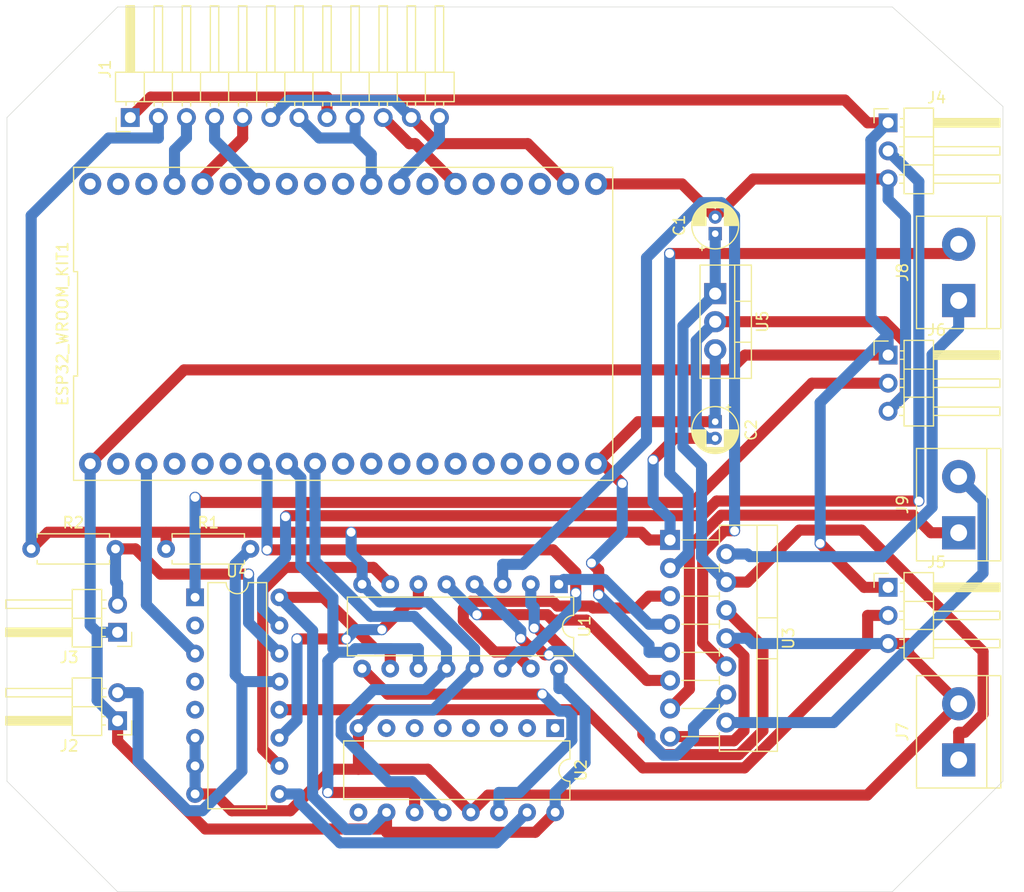
<source format=kicad_pcb>
(kicad_pcb (version 20240108) (generator "pcbnew") (generator_version "8.0")
  (layers (0 "F.Cu" signal) (31 "B.Cu" signal) (34 "B.Paste" user) (35 "F.Paste" user) (36 "B.SilkS" user "B.Silkscreen") (37 "F.SilkS" user "F.Silkscreen") (38 "B.Mask" user) (39 "F.Mask" user) (44 "Edge.Cuts" user))
  (net 0 "")
  (net 2 "Data")
  (net 3 "Trig")
  (net 4 "Net-(ESP32_WROOM_KIT1-GPIO23)")
  (net 5 "Net-(ESP32_WROOM_KIT1-GPIO4)")
  (net 11 "Net-(J8-Pin_1)")
  (net 18 "Analog_Pin1")
  (net 20 "Clock")
  (net 22 "Net-(ESP32_WROOM_KIT1-GPIO18)")
  (net 27 "Net-(ESP32_WROOM_KIT1-GPIO19)")
  (net 28 "3v3")
  (net 29 "GND")
  (net 30 "Net-(ESP32_WROOM_KIT1-GPIO2)")
  (net 32 "Net-(ESP32_WROOM_KIT1-GPIO21)")
  (net 35 "Net-(ESP32_WROOM_KIT1-GPIO15)")
  (net 39 "Net-(U1-QG)")
  (net 40 "M1_Pin_Dir1")
  (net 41 "M2_Pin_Dir2")
  (net 42 "Net-(U1-QH)")
  (net 43 "M1_Pin_EN")
  (net 44 "M2_Pin_Dir1")
  (net 45 "M1_Pin_Dir2")
  (net 46 "Net-(U1-QH')")
  (net 47 "M2_Pin_EN")
  (net 51 "Net-(U2-QA)")
  (net 57 "Net-(J8-Pin_2)")
  (net 58 "Net-(J9-Pin_2)")
  (net 59 "5v")
  (net 60 "Power supply")
  (net 61 "Net-(J9-Pin_1)")
  (net 62 "Capteur_Flexion_1")
  (net 63 "Capteur_Flexion_2")
  (net 65 "Capteur_Hall_1")
  (net 66 "Capteur_Hall_2")
  (net 69 "Capteur_Hall_3")
  (footprint "Connector_PinHeader_2.54mm:PinHeader_1x03_P2.54mm_Horizontal" (layer "F.Cu") (at 189.625 102.475)
    (property "Reference" "J5")
    (property "Value" "Conn_01x03_Pin")
  )
  (footprint "TerminalBlock:TerminalBlock_bornier-2_P5.08mm" (layer "F.Cu") (at 196 118.08 90)
    (property "Reference" "J7")
    (property "Value" "Conn_01x02_Socket")
  )
  (footprint "Resistor_THT:R_Axial_DIN0207_L6.3mm_D2.5mm_P7.62mm_Horizontal" (layer "F.Cu") (at 124.38 99)
    (property "Reference" "R1")
    (property "Value" "R")
  )
  (footprint "Package_TO_SOT_THT:TO-220-15_P2.54x2.54mm_StaggerOdd_Lead4.58mm_Vertical" (layer "F.Cu") (at 169.92 98.19 -90)
    (property "Reference" "U3")
    (property "Value" "L298N")
  )
  (footprint "Connector_PinHeader_2.54mm:PinHeader_1x03_P2.54mm_Horizontal" (layer "F.Cu") (at 189.625 60.475)
    (property "Reference" "J4")
    (property "Value" "Conn_01x03_Pin")
  )
  (footprint "Connector_PinHeader_2.54mm:PinHeader_1x02_P2.54mm_Horizontal" (layer "F.Cu") (at 120 114.54 180)
    (property "Reference" "J2")
    (property "Value" "Conn_01x02_Pin")
  )
  (footprint "TerminalBlock:TerminalBlock_bornier-2_P5.08mm" (layer "F.Cu") (at 196 97.54 90)
    (property "Reference" "J9")
    (property "Value" "Conn_01x02_Socket")
  )
  (footprint "Connector_PinHeader_2.54mm:PinHeader_1x12_P2.54mm_Horizontal" (layer "F.Cu") (at 121.14 60 90)
    (property "Reference" "J1")
    (property "Value" "Conn_01x12_Pin")
  )
  (footprint "Package_DIP:DIP-16_W7.62mm" (layer "F.Cu") (at 127 103.38)
    (property "Reference" "U4")
    (property "Value" "74HC4051")
  )
  (footprint "Resistor_THT:R_Axial_DIN0207_L6.3mm_D2.5mm_P7.62mm_Horizontal" (layer "F.Cu") (at 112.19 99)
    (property "Reference" "R2")
    (property "Value" "R")
  )
  (footprint "TerminalBlock:TerminalBlock_bornier-2_P5.08mm" (layer "F.Cu") (at 196 76.54 90)
    (property "Reference" "J8")
    (property "Value" "Conn_01x02_Socket")
  )
  (footprint "Package_DIP:DIP-16_W7.62mm" (layer "F.Cu") (at 159.54 115.2 -90)
    (property "Reference" "U2")
    (property "Value" "74HC595")
  )
  (footprint "Package_TO_SOT_THT:TO-220-3_Vertical" (layer "F.Cu") (at 174 75.92 -90)
    (property "Reference" "U5")
    (property "Value" "L7805")
  )
  (footprint "Capacitor_THT:CP_Radial_D4.0mm_P1.50mm" (layer "F.Cu") (at 174 87.5 -90)
    (property "Reference" "C2")
    (property "Value" "C")
  )
  (footprint "Capacitor_THT:CP_Radial_D4.0mm_P1.50mm" (layer "F.Cu") (at 174 70.5 90)
    (property "Reference" "C1")
    (property "Value" "C")
  )
  (footprint "Connector_PinHeader_2.54mm:PinHeader_1x03_P2.54mm_Horizontal" (layer "F.Cu") (at 189.625 81.475)
    (property "Reference" "J6")
    (property "Value" "Conn_01x03_Pin")
  )
  (footprint "MyEsp32Library:Esp32_Wroom32_DevKit" (layer "F.Cu") (at 140.38 78.65)
    (property "Reference" "ESP32_WROOM_KIT1")
    (property "Value" "~")
  )
  (footprint "Connector_PinHeader_2.54mm:PinHeader_1x02_P2.54mm_Horizontal" (layer "F.Cu") (at 120 106.54 180)
    (property "Reference" "J3")
    (property "Value" "Conn_01x02_Pin")
  )
  (footprint "Package_DIP:DIP-16_W7.62mm" (layer "F.Cu") (at 159.875 102.2 -90)
    (property "Reference" "U1")
    (property "Value" "74HC595")
  )
  (gr_line (start 120 50) (end 110 60) (stroke (width 0.05)) (layer "Edge.Cuts"))
  (gr_line (start 200 59) (end 200 120) (stroke (width 0.05)) (layer "Edge.Cuts"))
  (gr_line (start 110 120) (end 120 130) (stroke (width 0.05)) (layer "Edge.Cuts"))
  (gr_line (start 200 120) (end 190 130) (stroke (width 0.05)) (layer "Edge.Cuts"))
  (gr_line (start 190 50) (end 120 50) (stroke (width 0.05)) (layer "Edge.Cuts"))
  (gr_line (start 110 60) (end 110 120) (stroke (width 0.05)) (layer "Edge.Cuts"))
  (gr_line (start 200 59) (end 190 50) (stroke (width 0.05)) (layer "Edge.Cuts"))
  (gr_line (start 120 130) (end 190 130) (stroke (width 0.05)) (layer "Edge.Cuts"))
  (segment (start 161.3982 102.9659) (end 161.3982 101.1297) (width 1) (layer "F.Cu") (net 2))
  (segment (start 161.3982 101.1297) (end 159.3546 99.0861) (width 1) (layer "F.Cu") (net 2))
  (segment (start 159.3546 99.0861) (end 133.5017 99.0861) (width 1) (layer "F.Cu") (net 2))
  (via (at 161.3982 102.9659) (size 1) (drill 0.8) (layers "F.Cu" "B.Cu") (net 2))
  (via (at 133.5017 99.0861) (size 1) (drill 0.8) (layers "F.Cu" "B.Cu") (net 2))
  (segment (start 133.5017 92.0417) (end 133.5017 99.0861) (width 1) (layer "B.Cu") (net 2))
  (segment (start 161.3982 104.0953) (end 157.2037 108.2898) (width 1) (layer "B.Cu") (net 2))
  (segment (start 157.2037 108.2898) (end 156.3252 108.2898) (width 1) (layer "B.Cu") (net 2))
  (segment (start 161.3982 102.9659) (end 161.3982 104.0953) (width 1) (layer "B.Cu") (net 2))
  (segment (start 132.76 91.3) (end 133.5017 92.0417) (width 1) (layer "B.Cu") (net 2))
  (segment (start 156.3252 108.2898) (end 154.795 109.82) (width 1) (layer "B.Cu") (net 2))
  (segment (start 146.6098 120.0498) (end 149.38 122.82) (width 1) (layer "B.Cu") (net 3))
  (segment (start 140.204 114.6299) (end 140.204 115.7698) (width 1) (layer "B.Cu") (net 3))
  (segment (start 140.204 115.7698) (end 144.484 120.0498) (width 1) (layer "B.Cu") (net 3))
  (segment (start 149.715 108.02) (end 146.796 105.101) (width 1) (layer "B.Cu") (net 3))
  (segment (start 144.484 120.0498) (end 146.6098 120.0498) (width 1) (layer "B.Cu") (net 3))
  (segment (start 149.715 108.92) (end 149.715 109.82) (width 1) (layer "B.Cu") (net 3))
  (segment (start 147.8129 111.7221) (end 143.1118 111.7221) (width 1) (layer "B.Cu") (net 3))
  (segment (start 142.8514 105.101) (end 137.84 100.0896) (width 1) (layer "B.Cu") (net 3))
  (segment (start 137.84 100.0896) (end 137.84 91.3) (width 1) (layer "B.Cu") (net 3))
  (segment (start 146.796 105.101) (end 142.8514 105.101) (width 1) (layer "B.Cu") (net 3))
  (segment (start 143.1118 111.7221) (end 140.204 114.6299) (width 1) (layer "B.Cu") (net 3))
  (segment (start 149.715 109.82) (end 147.8129 111.7221) (width 1) (layer "B.Cu") (net 3))
  (segment (start 149.715 108.92) (end 149.715 108.02) (width 1) (layer "B.Cu") (net 3))
  (segment (start 148.8996 62.3596) (end 146.54 60) (width 1) (layer "F.Cu") (net 4))
  (segment (start 160.7 66) (end 157.0596 62.3596) (width 1) (layer "F.Cu") (net 4))
  (segment (start 157.0596 62.3596) (end 148.8996 62.3596) (width 1) (layer "F.Cu") (net 4))
  (segment (start 135.3971 58.4429) (end 144.9829 58.4429) (width 1) (layer "B.Cu") (net 4))
  (segment (start 144.9829 58.4429) (end 146.54 60) (width 1) (layer "B.Cu") (net 4))
  (segment (start 133.84 60) (end 135.3971 58.4429) (width 1) (layer "B.Cu") (net 4))
  (segment (start 128.76 62) (end 128.76 60) (width 1) (layer "B.Cu") (net 5))
  (segment (start 132.76 66) (end 128.76 62) (width 1) (layer "B.Cu") (net 5))
  (segment (start 196 76.54) (end 196 79.04) (width 1) (layer "B.Cu") (net 11))
  (segment (start 189.1264 99.7017) (end 193.6013 95.2268) (width 1) (layer "B.Cu") (net 11))
  (segment (start 193.6013 95.2268) (end 193.6013 81.4387) (width 1) (layer "B.Cu") (net 11))
  (segment (start 176.9 99.46) (end 177.1417 99.7017) (width 1) (layer "B.Cu") (net 11))
  (segment (start 193.6013 81.4387) (end 196 79.04) (width 1) (layer "B.Cu") (net 11))
  (segment (start 177.1417 99.7017) (end 189.1264 99.7017) (width 1) (layer "B.Cu") (net 11))
  (segment (start 175 99.46) (end 176.9 99.46) (width 1) (layer "B.Cu") (net 11))
  (segment (start 122.6 91.3) (end 122.6 104.06) (width 1) (layer "B.Cu") (net 18))
  (segment (start 122.6 104.06) (end 127 108.46) (width 1) (layer "B.Cu") (net 18))
  (segment (start 146.84 122.82) (end 146.84 121.02) (width 1) (layer "F.Cu") (net 20))
  (segment (start 146.84 121.02) (end 138.994 121.02) (width 1) (layer "F.Cu") (net 20))
  (via (at 138.994 121.02) (size 1) (drill 0.8) (layers "F.Cu" "B.Cu") (net 20))
  (segment (start 139.7774 108.3435) (end 141.1626 108.3435) (width 1) (layer "B.Cu") (net 20))
  (segment (start 138.994 109.1269) (end 138.994 121.02) (width 1) (layer "B.Cu") (net 20))
  (segment (start 139.4539 103.4117) (end 139.4539 108.02) (width 1) (layer "B.Cu") (net 20))
  (segment (start 135.3 91.3) (end 136.5596 92.5596) (width 1) (layer "B.Cu") (net 20))
  (segment (start 139.4539 108.02) (end 139.7774 108.3435) (width 1) (layer "B.Cu") (net 20))
  (segment (start 141.4846 108.0215) (end 147.1735 108.0215) (width 1) (layer "B.Cu") (net 20))
  (segment (start 147.175 109.82) (end 147.175 108.02) (width 1) (layer "B.Cu") (net 20))
  (segment (start 141.1626 108.3435) (end 141.4846 108.0215) (width 1) (layer "B.Cu") (net 20))
  (segment (start 136.5596 92.5596) (end 136.5596 100.5174) (width 1) (layer "B.Cu") (net 20))
  (segment (start 136.5596 100.5174) (end 139.4539 103.4117) (width 1) (layer "B.Cu") (net 20))
  (segment (start 147.1735 108.0215) (end 147.175 108.02) (width 1) (layer "B.Cu") (net 20))
  (segment (start 139.7774 108.3435) (end 138.994 109.1269) (width 1) (layer "B.Cu") (net 20))
  (segment (start 142.92 66) (end 142.92 63.31) (width 1) (layer "B.Cu") (net 22))
  (segment (start 136.38 60) (end 138.23 61.85) (width 1) (layer "B.Cu") (net 22))
  (segment (start 138.23 61.85) (end 141.46 61.85) (width 1) (layer "B.Cu") (net 22))
  (segment (start 141.46 60) (end 141.46 61.85) (width 1) (layer "B.Cu") (net 22))
  (segment (start 142.92 63.31) (end 141.46 61.85) (width 1) (layer "B.Cu") (net 22))
  (segment (start 149.08 60) (end 149.08 61.85) (width 1) (layer "B.Cu") (net 27))
  (segment (start 145.46 66) (end 145.46 65.47) (width 1) (layer "B.Cu") (net 27))
  (segment (start 145.46 65.47) (end 149.08 61.85) (width 1) (layer "B.Cu") (net 27))
  (segment (start 143.2425 108.02) (end 138.6025 103.38) (width 1) (layer "F.Cu") (net 28))
  (segment (start 144.635 109.82) (end 144.635 108.02) (width 1) (layer "F.Cu") (net 28))
  (segment (start 176.69 81.475) (end 189.625 81.475) (width 1) (layer "F.Cu") (net 28))
  (segment (start 187.4597 102.475) (end 189.625 102.475) (width 1) (layer "F.Cu") (net 28))
  (segment (start 127.9384 124.3284) (end 120 116.39) (width 1) (layer "F.Cu") (net 28))
  (segment (start 138.6025 103.38) (end 134.62 103.38) (width 1) (layer "F.Cu") (net 28))
  (segment (start 122.99 58.15) (end 138.92 58.15) (width 1) (layer "F.Cu") (net 28))
  (segment (start 120 114.54) (end 120 116.39) (width 1) (layer "F.Cu") (net 28))
  (segment (start 183.4847 98.5) (end 187.4597 102.475) (width 1) (layer "F.Cu") (net 28))
  (segment (start 175.3502 82.8148) (end 176.69 81.475) (width 1) (layer "F.Cu") (net 28))
  (segment (start 126.0052 82.8148) (end 175.3502 82.8148) (width 1) (layer "F.Cu") (net 28))
  (segment (start 138.92 60) (end 138.92 58.4112) (width 1) (layer "F.Cu") (net 28))
  (segment (start 144.3 122.82) (end 144.3 124.3284) (width 1) (layer "F.Cu") (net 28))
  (segment (start 159.54 122.82) (end 157.74 124.62) (width 1) (layer "F.Cu") (net 28))
  (segment (start 121.14 60) (end 122.99 58.15) (width 1) (layer "F.Cu") (net 28))
  (segment (start 185.7112 58.4112) (end 187.775 60.475) (width 1) (layer "F.Cu") (net 28))
  (segment (start 138.92 58.4112) (end 138.92 58.15) (width 1) (layer "F.Cu") (net 28))
  (segment (start 117.52 91.3) (end 126.0052 82.8148) (width 1) (layer "F.Cu") (net 28))
  (segment (start 144.3 124.3284) (end 144.3 124.62) (width 1) (layer "F.Cu") (net 28))
  (segment (start 157.74 124.62) (end 144.3 124.62) (width 1) (layer "F.Cu") (net 28))
  (segment (start 144.3 124.3284) (end 127.9384 124.3284) (width 1) (layer "F.Cu") (net 28))
  (segment (start 138.92 58.4112) (end 185.7112 58.4112) (width 1) (layer "F.Cu") (net 28))
  (segment (start 144.635 108.02) (end 143.2425 108.02) (width 1) (layer "F.Cu") (net 28))
  (segment (start 189.625 60.475) (end 187.775 60.475) (width 1) (layer "F.Cu") (net 28))
  (via (at 183.4847 98.5) (size 1) (drill 0.8) (layers "F.Cu" "B.Cu") (net 28))
  (segment (start 120 106.54) (end 118.15 106.54) (width 1) (layer "B.Cu") (net 28))
  (segment (start 142.748 124.372) (end 140.6318 124.372) (width 1) (layer "B.Cu") (net 28))
  (segment (start 162.2434 118.3166) (end 162.2434 113.5787) (width 1) (layer "B.Cu") (net 28))
  (segment (start 117.52 105.91) (end 118.15 106.54) (width 1) (layer "B.Cu") (net 28))
  (segment (start 118.15 112.69) (end 120 114.54) (width 1) (layer "B.Cu") (net 28))
  (segment (start 137.6217 121.3619) (end 137.6217 106.3817) (width 1) (layer "B.Cu") (net 28))
  (segment (start 140.6318 124.372) (end 137.6217 121.3619) (width 1) (layer "B.Cu") (net 28))
  (segment (start 160.2847 111.62) (end 159.875 111.62) (width 1) (layer "B.Cu") (net 28))
  (segment (start 118.15 106.54) (end 118.15 112.69) (width 1) (layer "B.Cu") (net 28))
  (segment (start 189.625 79.625) (end 188.0637 78.0637) (width 1) (layer "B.Cu") (net 28))
  (segment (start 188.0637 62.0363) (end 189.625 60.475) (width 1) (layer "B.Cu") (net 28))
  (segment (start 137.6217 106.3817) (end 134.62 103.38) (width 1) (layer "B.Cu") (net 28))
  (segment (start 159.54 121.02) (end 162.2434 118.3166) (width 1) (layer "B.Cu") (net 28))
  (segment (start 162.2434 113.5787) (end 160.2847 111.62) (width 1) (layer "B.Cu") (net 28))
  (segment (start 159.875 109.82) (end 159.875 111.62) (width 1) (layer "B.Cu") (net 28))
  (segment (start 183.4847 85.7653) (end 183.4847 98.5) (width 1) (layer "B.Cu") (net 28))
  (segment (start 159.54 122.82) (end 159.54 121.02) (width 1) (layer "B.Cu") (net 28))
  (segment (start 188.0637 78.0637) (end 188.0637 62.0363) (width 1) (layer "B.Cu") (net 28))
  (segment (start 144.3 122.82) (end 142.748 124.372) (width 1) (layer "B.Cu") (net 28))
  (segment (start 189.625 79.625) (end 183.4847 85.7653) (width 1) (layer "B.Cu") (net 28))
  (segment (start 189.625 81.475) (end 189.625 79.625) (width 1) (layer "B.Cu") (net 28))
  (segment (start 117.52 91.3) (end 117.52 105.91) (width 1) (layer "B.Cu") (net 28))
  (segment (start 153.4817 121.2583) (end 187.7417 121.2583) (width 1) (layer "F.Cu") (net 29))
  (segment (start 168.02 98.19) (end 167.3197 97.4897) (width 1) (layer "F.Cu") (net 29))
  (segment (start 191.1767 80.3207) (end 189.316 78.46) (width 1) (layer "F.Cu") (net 29))
  (segment (start 175.6926 116.3482) (end 172.1982 116.3482) (width 1) (layer "F.Cu") (net 29))
  (segment (start 175 107.08) (end 176.6021 108.6821) (width 1) (layer "F.Cu") (net 29))
  (segment (start 124.38 97.4897) (end 124.38 99) (width 1) (layer "F.Cu") (net 29))
  (segment (start 167.3197 97.4897) (end 141.0995 97.4897) (width 1) (layer "F.Cu") (net 29))
  (segment (start 169.92 115.97) (end 171.82 115.97) (width 1) (layer "F.Cu") (net 29))
  (segment (start 176.6021 115.4387) (end 175.6926 116.3482) (width 1) (layer "F.Cu") (net 29))
  (segment (start 191.475 108.475) (end 196 113) (width 1) (layer "F.Cu") (net 29))
  (segment (start 127 121.16) (end 128.8 121.16) (width 1) (layer "F.Cu") (net 29))
  (segment (start 113.7003 97.4897) (end 124.38 97.4897) (width 1) (layer "F.Cu") (net 29))
  (segment (start 176.6021 108.6821) (end 176.6021 115.4387) (width 1) (layer "F.Cu") (net 29))
  (segment (start 177.445 65.555) (end 174 69) (width 1) (layer "F.Cu") (net 29))
  (segment (start 191.1767 85.0033) (end 191.1767 80.3207) (width 1) (layer "F.Cu") (net 29))
  (segment (start 191.475 107.555) (end 191.475 108.475) (width 1) (layer "F.Cu") (net 29))
  (segment (start 189.625 107.555) (end 191.475 107.555) (width 1) (layer "F.Cu") (net 29))
  (segment (start 172.1982 116.3482) (end 171.82 115.97) (width 1) (layer "F.Cu") (net 29))
  (segment (start 189.625 86.555) (end 191.1767 85.0033) (width 1) (layer "F.Cu") (net 29))
  (segment (start 189.625 65.555) (end 177.445 65.555) (width 1) (layer "F.Cu") (net 29))
  (segment (start 141.76 117) (end 141.76 118.9198) (width 1) (layer "F.Cu") (net 29))
  (segment (start 139.357 118.9198) (end 135.6014 122.6754) (width 1) (layer "F.Cu") (net 29))
  (segment (start 170.3473 89) (end 168.3908 90.9565) (width 1) (layer "F.Cu") (net 29))
  (segment (start 169.92 98.19) (end 168.02 98.19) (width 1) (layer "F.Cu") (net 29))
  (segment (start 187.7417 121.2583) (end 196 113) (width 1) (layer "F.Cu") (net 29))
  (segment (start 151.92 122.82) (end 153.4817 121.2583) (width 1) (layer "F.Cu") (net 29))
  (segment (start 171 66) (end 174 69) (width 1) (layer "F.Cu") (net 29))
  (segment (start 174 89) (end 170.3473 89) (width 1) (layer "F.Cu") (net 29))
  (segment (start 141.0995 97.4897) (end 124.38 97.4897) (width 1) (layer "F.Cu") (net 29))
  (segment (start 141.76 118.9198) (end 139.357 118.9198) (width 1) (layer "F.Cu") (net 29))
  (segment (start 130.3154 122.6754) (end 128.8 121.16) (width 1) (layer "F.Cu") (net 29))
  (segment (start 141.76 115.2) (end 141.76 117) (width 1) (layer "F.Cu") (net 29))
  (segment (start 151.92 122.82) (end 148.0198 118.9198) (width 1) (layer "F.Cu") (net 29))
  (segment (start 112.19 99) (end 113.7003 97.4897) (width 1) (layer "F.Cu") (net 29))
  (segment (start 135.6014 122.6754) (end 130.3154 122.6754) (width 1) (layer "F.Cu") (net 29))
  (segment (start 163.24 66) (end 171 66) (width 1) (layer "F.Cu") (net 29))
  (segment (start 148.0198 118.9198) (end 141.76 118.9198) (width 1) (layer "F.Cu") (net 29))
  (segment (start 189.316 78.46) (end 174 78.46) (width 1) (layer "F.Cu") (net 29))
  (via (at 141.0995 97.4897) (size 1) (drill 0.8) (layers "F.Cu" "B.Cu") (net 29))
  (via (at 168.3908 90.9565) (size 1) (drill 0.8) (layers "F.Cu" "B.Cu") (net 29))
  (segment (start 191.1979 68.9779) (end 191.1979 84.9821) (width 1) (layer "B.Cu") (net 29))
  (segment (start 152.255 109.82) (end 148.4996 113.5754) (width 1) (layer "B.Cu") (net 29))
  (segment (start 143.3846 113.5754) (end 141.76 115.2) (width 1) (layer "B.Cu") (net 29))
  (segment (start 168.3908 94.7608) (end 168.3908 90.9565) (width 1) (layer "B.Cu") (net 29))
  (segment (start 123.68 61.85) (end 119.1973 61.85) (width 1) (layer "B.Cu") (net 29))
  (segment (start 189.625 65.555) (end 189.625 67.405) (width 1) (layer "B.Cu") (net 29))
  (segment (start 127 116.08) (end 127 118.62) (width 1) (layer "B.Cu") (net 29))
  (segment (start 173.2368 89) (end 172.2865 88.0497) (width 1) (layer "B.Cu") (net 29))
  (segment (start 119.1973 61.85) (end 112.19 68.8573) (width 1) (layer "B.Cu") (net 29))
  (segment (start 152.255 109.82) (end 152.255 108.02) (width 1) (layer "B.Cu") (net 29))
  (segment (start 142.095 102.2) (end 142.095 100.4) (width 1) (layer "B.Cu") (net 29))
  (segment (start 142.095 102.2) (end 143.6872 103.7922) (width 1) (layer "B.Cu") (net 29))
  (segment (start 148.4996 113.5754) (end 143.3846 113.5754) (width 1) (layer "B.Cu") (net 29))
  (segment (start 172.2865 88.0497) (end 172.2865 80.1735) (width 1) (layer "B.Cu") (net 29))
  (segment (start 141.0995 99.4045) (end 141.0995 97.4897) (width 1) (layer "B.Cu") (net 29))
  (segment (start 127 118.62) (end 127 121.16) (width 1) (layer "B.Cu") (net 29))
  (segment (start 176.9 107.08) (end 177.375 107.555) (width 1) (layer "B.Cu") (net 29))
  (segment (start 169.92 96.29) (end 168.3908 94.7608) (width 1) (layer "B.Cu") (net 29))
  (segment (start 142.095 100.4) (end 141.0995 99.4045) (width 1) (layer "B.Cu") (net 29))
  (segment (start 169.92 98.19) (end 169.92 96.29) (width 1) (layer "B.Cu") (net 29))
  (segment (start 112.19 68.8573) (end 112.19 99) (width 1) (layer "B.Cu") (net 29))
  (segment (start 143.6872 103.7922) (end 148.0272 103.7922) (width 1) (layer "B.Cu") (net 29))
  (segment (start 175 107.08) (end 176.9 107.08) (width 1) (layer "B.Cu") (net 29))
  (segment (start 174 89) (end 173.2368 89) (width 1) (layer "B.Cu") (net 29))
  (segment (start 177.375 107.555) (end 189.625 107.555) (width 1) (layer "B.Cu") (net 29))
  (segment (start 123.68 60) (end 123.68 61.85) (width 1) (layer "B.Cu") (net 29))
  (segment (start 189.625 67.405) (end 191.1979 68.9779) (width 1) (layer "B.Cu") (net 29))
  (segment (start 172.2865 80.1735) (end 174 78.46) (width 1) (layer "B.Cu") (net 29))
  (segment (start 148.0272 103.7922) (end 152.255 108.02) (width 1) (layer "B.Cu") (net 29))
  (segment (start 191.1979 84.9821) (end 189.625 86.555) (width 1) (layer "B.Cu") (net 29))
  (segment (start 127.68 65.47) (end 131.3 61.85) (width 1) (layer "F.Cu") (net 30))
  (segment (start 131.3 60) (end 131.3 61.85) (width 1) (layer "F.Cu") (net 30))
  (segment (start 127.68 66) (end 127.68 65.47) (width 1) (layer "F.Cu") (net 30))
  (segment (start 146.8996 62.3596) (end 146.3596 62.3596) (width 1) (layer "F.Cu") (net 32))
  (segment (start 150.54 66) (end 146.8996 62.3596) (width 1) (layer "F.Cu") (net 32))
  (segment (start 146.3596 62.3596) (end 144 60) (width 1) (layer "F.Cu") (net 32))
  (segment (start 126.22 60) (end 126.22 61.85) (width 1) (layer "B.Cu") (net 35))
  (segment (start 125.14 62.93) (end 126.22 61.85) (width 1) (layer "B.Cu") (net 35))
  (segment (start 125.14 66) (end 125.14 62.93) (width 1) (layer "B.Cu") (net 35))
  (segment (start 147.175 104) (end 146.172 104) (width 1) (layer "F.Cu") (net 39))
  (segment (start 146.172 104) (end 143.8693 106.3027) (width 1) (layer "F.Cu") (net 39))
  (segment (start 140.6648 107.1418) (end 136.2076 107.1418) (width 1) (layer "F.Cu") (net 39))
  (segment (start 147.175 102.2) (end 147.175 104) (width 1) (layer "F.Cu") (net 39))
  (via (at 136.2076 107.1418) (size 1) (drill 0.8) (layers "F.Cu" "B.Cu") (net 39))
  (via (at 140.6648 107.1418) (size 1) (drill 0.8) (layers "F.Cu" "B.Cu") (net 39))
  (via (at 143.8693 106.3027) (size 1) (drill 0.8) (layers "F.Cu" "B.Cu") (net 39))
  (segment (start 136.2076 114.4924) (end 136.2076 107.1418) (width 1) (layer "B.Cu") (net 39))
  (segment (start 134.62 116.08) (end 136.2076 114.4924) (width 1) (layer "B.Cu") (net 39))
  (segment (start 143.8693 106.3027) (end 143.8693 106.3028) (width 1) (layer "B.Cu") (net 39))
  (segment (start 143.8693 106.3028) (end 141.5038 106.3028) (width 1) (layer "B.Cu") (net 39))
  (segment (start 141.5038 106.3028) (end 140.6648 107.1418) (width 1) (layer "B.Cu") (net 39))
  (segment (start 151.2388 105.4903) (end 151.2388 104.4097) (width 1) (layer "F.Cu") (net 40))
  (segment (start 162.7974 104.1676) (end 162.9728 104.343) (width 1) (layer "F.Cu") (net 40))
  (segment (start 166.947 104.343) (end 168.02 103.27) (width 1) (layer "F.Cu") (net 40))
  (segment (start 169.92 103.27) (end 168.02 103.27) (width 1) (layer "F.Cu") (net 40))
  (segment (start 151.902 103.7465) (end 159.3216 103.7465) (width 1) (layer "F.Cu") (net 40))
  (segment (start 157.335 109.82) (end 155.8333 108.3183) (width 1) (layer "F.Cu") (net 40))
  (segment (start 159.7427 104.1676) (end 162.7974 104.1676) (width 1) (layer "F.Cu") (net 40))
  (segment (start 151.2388 104.4097) (end 151.902 103.7465) (width 1) (layer "F.Cu") (net 40))
  (segment (start 155.8333 108.3183) (end 154.0668 108.3183) (width 1) (layer "F.Cu") (net 40))
  (segment (start 162.9728 104.343) (end 166.947 104.343) (width 1) (layer "F.Cu") (net 40))
  (segment (start 159.3216 103.7465) (end 159.7427 104.1676) (width 1) (layer "F.Cu") (net 40))
  (segment (start 154.0668 108.3183) (end 151.2388 105.4903) (width 1) (layer "F.Cu") (net 40))
  (segment (start 157.1728 107.8336) (end 156.4273 107.0881) (width 1) (layer "F.Cu") (net 41))
  (segment (start 158.616 108.5769) (end 157.8727 107.8336) (width 1) (layer "F.Cu") (net 41))
  (segment (start 158.9747 108.5769) (end 158.616 108.5769) (width 1) (layer "F.Cu") (net 41))
  (segment (start 157.8727 107.8336) (end 157.1728 107.8336) (width 1) (layer "F.Cu") (net 41))
  (via (at 158.9747 108.5769) (size 1) (drill 0.8) (layers "F.Cu" "B.Cu") (net 41))
  (via (at 156.4273 107.0881) (size 1) (drill 0.8) (layers "F.Cu" "B.Cu") (net 41))
  (segment (start 172.0356 116.1196) (end 170.5096 117.6456) (width 1) (layer "B.Cu") (net 41))
  (segment (start 152.255 102.2) (end 156.4273 106.3723) (width 1) (layer "B.Cu") (net 41))
  (segment (start 170.5096 117.6456) (end 169.3156 117.6456) (width 1) (layer "B.Cu") (net 41))
  (segment (start 175 112.16) (end 172.0356 115.1244) (width 1) (layer "B.Cu") (net 41))
  (segment (start 172.0356 115.1244) (end 172.0356 116.1196) (width 1) (layer "B.Cu") (net 41))
  (segment (start 168.106 116.436) (end 168.106 115.8832) (width 1) (layer "B.Cu") (net 41))
  (segment (start 160.4904 108.2676) (end 159.284 108.2676) (width 1) (layer "B.Cu") (net 41))
  (segment (start 159.284 108.2676) (end 158.9747 108.5769) (width 1) (layer "B.Cu") (net 41))
  (segment (start 156.4273 106.3723) (end 156.4273 107.0881) (width 1) (layer "B.Cu") (net 41))
  (segment (start 169.3156 117.6456) (end 168.106 116.436) (width 1) (layer "B.Cu") (net 41))
  (segment (start 168.106 115.8832) (end 160.4904 108.2676) (width 1) (layer "B.Cu") (net 41))
  (segment (start 134.62 118.62) (end 133.1109 117.1109) (width 1) (layer "F.Cu") (net 42))
  (segment (start 133.1109 117.1109) (end 133.1109 102.7312) (width 1) (layer "F.Cu") (net 42))
  (segment (start 143.1077 100.6727) (end 144.635 102.2) (width 1) (layer "F.Cu") (net 42))
  (segment (start 135.1694 100.6727) (end 143.1077 100.6727) (width 1) (layer "F.Cu") (net 42))
  (segment (start 133.1109 102.7312) (end 135.1694 100.6727) (width 1) (layer "F.Cu") (net 42))
  (segment (start 157.8886 106.1501) (end 157.6439 106.1501) (width 1) (layer "F.Cu") (net 43))
  (segment (start 176.1496 117.5963) (end 169.2695 117.5963) (width 1) (layer "F.Cu") (net 43))
  (segment (start 167.4641 115.7909) (end 167.4641 115.2852) (width 1) (layer "F.Cu") (net 43))
  (segment (start 178.3134 115.4325) (end 176.1496 117.5963) (width 1) (layer "F.Cu") (net 43))
  (segment (start 158.8123 106.6334) (end 158.3719 106.6334) (width 1) (layer "F.Cu") (net 43))
  (segment (start 175 104.54) (end 178.3134 107.8534) (width 1) (layer "F.Cu") (net 43))
  (segment (start 178.3134 107.8534) (end 178.3134 115.4325) (width 1) (layer "F.Cu") (net 43))
  (segment (start 158.3719 106.6334) (end 157.8886 106.1501) (width 1) (layer "F.Cu") (net 43))
  (segment (start 169.2695 117.5963) (end 167.4641 115.7909) (width 1) (layer "F.Cu") (net 43))
  (segment (start 167.4641 115.2852) (end 158.8123 106.6334) (width 1) (layer "F.Cu") (net 43))
  (via (at 157.6439 106.1501) (size 1) (drill 0.8) (layers "F.Cu" "B.Cu") (net 43))
  (segment (start 157.335 102.2) (end 157.335 104) (width 1) (layer "B.Cu") (net 43))
  (segment (start 157.335 104) (end 157.6439 104.3089) (width 1) (layer "B.Cu") (net 43))
  (segment (start 157.6439 104.3089) (end 157.6439 106.1501) (width 1) (layer "B.Cu") (net 43))
  (segment (start 174.835 97.3598) (end 175.7491 97.3598) (width 1) (layer "F.Cu") (net 44))
  (segment (start 172.8674 99.3274) (end 174.835 97.3598) (width 1) (layer "F.Cu") (net 44))
  (segment (start 172.8674 107.4874) (end 172.8674 99.3274) (width 1) (layer "F.Cu") (net 44))
  (segment (start 175 109.62) (end 172.8674 107.4874) (width 1) (layer "F.Cu") (net 44))
  (via (at 175.7491 97.3598) (size 1) (drill 0.8) (layers "F.Cu" "B.Cu") (net 44))
  (segment (start 154.795 102.2) (end 154.795 100.4) (width 1) (layer "B.Cu") (net 44))
  (segment (start 174.5576 67.6941) (end 175.7491 68.8856) (width 1) (layer "B.Cu") (net 44))
  (segment (start 172.7801 67.6941) (end 174.5576 67.6941) (width 1) (layer "B.Cu") (net 44))
  (segment (start 167.7908 72.6834) (end 172.7801 67.6941) (width 1) (layer "B.Cu") (net 44))
  (segment (start 154.795 100.4) (end 156.595 100.4) (width 1) (layer "B.Cu") (net 44))
  (segment (start 156.595 100.4) (end 167.7908 89.2042) (width 1) (layer "B.Cu") (net 44))
  (segment (start 175.7491 68.8856) (end 175.7491 97.3598) (width 1) (layer "B.Cu") (net 44))
  (segment (start 167.7908 89.2042) (end 167.7908 72.6834) (width 1) (layer "B.Cu") (net 44))
  (segment (start 159.875 102.2) (end 160.3108 101.7642) (width 1) (layer "B.Cu") (net 45))
  (segment (start 163.9742 101.7642) (end 168.02 105.81) (width 1) (layer "B.Cu") (net 45))
  (segment (start 169.92 105.81) (end 168.02 105.81) (width 1) (layer "B.Cu") (net 45))
  (segment (start 160.3108 101.7642) (end 163.9742 101.7642) (width 1) (layer "B.Cu") (net 45))
  (segment (start 142.095 109.82) (end 144.4096 112.1346) (width 1) (layer "F.Cu") (net 46))
  (segment (start 144.4096 112.1346) (end 158.3745 112.1346) (width 1) (layer "F.Cu") (net 46))
  (via (at 158.3745 112.1346) (size 1) (drill 0.8) (layers "F.Cu" "B.Cu") (net 46))
  (segment (start 156.3124 121.02) (end 154.46 121.02) (width 1) (layer "B.Cu") (net 46))
  (segment (start 161.0417 116.2907) (end 156.3124 121.02) (width 1) (layer "B.Cu") (net 46))
  (segment (start 154.46 122.82) (end 154.46 121.02) (width 1) (layer "B.Cu") (net 46))
  (segment (start 161.0417 114.0923) (end 161.0417 116.2907) (width 1) (layer "B.Cu") (net 46))
  (segment (start 160.6161 113.6667) (end 161.0417 114.0923) (width 1) (layer "B.Cu") (net 46))
  (segment (start 158.3745 112.1346) (end 159.9066 113.6667) (width 1) (layer "B.Cu") (net 46))
  (segment (start 159.9066 113.6667) (end 160.6161 113.6667) (width 1) (layer "B.Cu") (net 46))
  (segment (start 159.3074 105.4317) (end 162.3621 105.4317) (width 1) (layer "F.Cu") (net 47))
  (segment (start 169.92 110.89) (end 168.02 110.89) (width 1) (layer "F.Cu") (net 47))
  (segment (start 167.8204 110.89) (end 168.02 110.89) (width 1) (layer "F.Cu") (net 47))
  (segment (start 152.4634 104.9484) (end 158.8241 104.9484) (width 1) (layer "F.Cu") (net 47))
  (segment (start 162.3621 105.4317) (end 167.8204 110.89) (width 1) (layer "F.Cu") (net 47))
  (segment (start 158.8241 104.9484) (end 159.3074 105.4317) (width 1) (layer "F.Cu") (net 47))
  (via (at 152.4634 104.9484) (size 1) (drill 0.8) (layers "F.Cu" "B.Cu") (net 47))
  (segment (start 149.715 102.2) (end 152.4634 104.9484) (width 1) (layer "B.Cu") (net 47))
  (segment (start 134.62 121.16) (end 136.42 121.16) (width 1) (layer "B.Cu") (net 51))
  (segment (start 140.0902 125.5737) (end 154.2463 125.5737) (width 1) (layer "B.Cu") (net 51))
  (segment (start 136.42 121.9035) (end 140.0902 125.5737) (width 1) (layer "B.Cu") (net 51))
  (segment (start 154.2463 125.5737) (end 157 122.82) (width 1) (layer "B.Cu") (net 51))
  (segment (start 136.42 121.16) (end 136.42 121.9035) (width 1) (layer "B.Cu") (net 51))
  (segment (start 195.1662 72.2938) (end 169.8831 72.2938) (width 1) (layer "F.Cu") (net 57))
  (segment (start 196 71.46) (end 195.1662 72.2938) (width 1) (layer "F.Cu") (net 57))
  (via (at 169.8831 72.2938) (size 1) (drill 0.8) (layers "F.Cu" "B.Cu") (net 57))
  (segment (start 169.92 100.73) (end 170.2129 100.73) (width 1) (layer "B.Cu") (net 57))
  (segment (start 171.5611 99.3818) (end 171.5611 93.8872) (width 1) (layer "B.Cu") (net 57))
  (segment (start 171.5611 93.8872) (end 169.8831 92.2092) (width 1) (layer "B.Cu") (net 57))
  (segment (start 169.8831 92.2092) (end 169.8831 72.2938) (width 1) (layer "B.Cu") (net 57))
  (segment (start 170.2129 100.73) (end 171.5611 99.3818) (width 1) (layer "B.Cu") (net 57))
  (segment (start 198.2017 101.185) (end 198.2017 94.6617) (width 1) (layer "B.Cu") (net 58))
  (segment (start 175 114.7) (end 184.6867 114.7) (width 1) (layer "B.Cu") (net 58))
  (segment (start 198.2017 94.6617) (end 196 92.46) (width 1) (layer "B.Cu") (net 58))
  (segment (start 184.6867 114.7) (end 198.2017 101.185) (width 1) (layer "B.Cu") (net 58))
  (segment (start 163.4705 100.9168) (end 163.4705 103.1413) (width 1) (layer "F.Cu") (net 59))
  (segment (start 167.04 87.5) (end 174 87.5) (width 1) (layer "F.Cu") (net 59))
  (segment (start 163.805 91.3) (end 165.5997 93.0947) (width 1) (layer "F.Cu") (net 59))
  (segment (start 163.24 91.3) (end 163.805 91.3) (width 1) (layer "F.Cu") (net 59))
  (segment (start 162.8256 100.2719) (end 163.4705 100.9168) (width 1) (layer "F.Cu") (net 59))
  (segment (start 163.24 91.3) (end 167.04 87.5) (width 1) (layer "F.Cu") (net 59))
  (via (at 165.5997 93.0947) (size 1) (drill 0.8) (layers "F.Cu" "B.Cu") (net 59))
  (via (at 162.8256 100.2719) (size 1) (drill 0.8) (layers "F.Cu" "B.Cu") (net 59))
  (via (at 163.4705 103.1413) (size 1) (drill 0.8) (layers "F.Cu" "B.Cu") (net 59))
  (segment (start 165.5997 97.4978) (end 165.5997 93.0947) (width 1) (layer "B.Cu") (net 59))
  (segment (start 168.02 107.6908) (end 163.4705 103.1413) (width 1) (layer "B.Cu") (net 59))
  (segment (start 174 87.5) (end 174 81) (width 1) (layer "B.Cu") (net 59))
  (segment (start 162.8256 100.2719) (end 165.5997 97.4978) (width 1) (layer "B.Cu") (net 59))
  (segment (start 168.02 108.35) (end 168.02 107.6908) (width 1) (layer "B.Cu") (net 59))
  (segment (start 169.92 108.35) (end 168.02 108.35) (width 1) (layer "B.Cu") (net 59))
  (segment (start 198.2068 108.2809) (end 187.2242 97.2983) (width 1) (layer "F.Cu") (net 60))
  (segment (start 196.5518 115.58) (end 198.2068 113.925) (width 1) (layer "F.Cu") (net 60))
  (segment (start 181.6017 97.2983) (end 176.9 102) (width 1) (layer "F.Cu") (net 60))
  (segment (start 175 102) (end 176.9 102) (width 1) (layer "F.Cu") (net 60))
  (segment (start 187.2242 97.2983) (end 181.6017 97.2983) (width 1) (layer "F.Cu") (net 60))
  (segment (start 198.2068 113.925) (end 198.2068 108.2809) (width 1) (layer "F.Cu") (net 60))
  (segment (start 196 118.08) (end 196 115.58) (width 1) (layer "F.Cu") (net 60))
  (segment (start 196 115.58) (end 196.5518 115.58) (width 1) (layer "F.Cu") (net 60))
  (segment (start 171.0848 78.8352) (end 174 75.92) (width 1) (layer "B.Cu") (net 60))
  (segment (start 174 70.5) (end 174 75.92) (width 1) (layer "B.Cu") (net 60))
  (segment (start 172.763 91.4625) (end 171.0848 89.7843) (width 1) (layer "B.Cu") (net 60))
  (segment (start 175 102) (end 172.763 99.763) (width 1) (layer "B.Cu") (net 60))
  (segment (start 172.763 99.763) (end 172.763 91.4625) (width 1) (layer "B.Cu") (net 60))
  (segment (start 171.0848 89.7843) (end 171.0848 78.8352) (width 1) (layer "B.Cu") (net 60))
  (segment (start 174.5443 95.9511) (end 171.6657 98.8297) (width 1) (layer "F.Cu") (net 61))
  (segment (start 171.6657 111.6843) (end 169.92 113.43) (width 1) (layer "F.Cu") (net 61))
  (segment (start 171.6657 98.8297) (end 171.6657 111.6843) (width 1) (layer "F.Cu") (net 61))
  (segment (start 191.9111 95.9511) (end 174.5443 95.9511) (width 1) (layer "F.Cu") (net 61))
  (segment (start 193.5 97.54) (end 191.9111 95.9511) (width 1) (layer "F.Cu") (net 61))
  (segment (start 196 97.54) (end 193.5 97.54) (width 1) (layer "F.Cu") (net 61))
  (segment (start 131.2311 111) (end 130.6294 110.3983) (width 1) (layer "B.Cu") (net 62))
  (segment (start 134.62 111) (end 132.82 111) (width 1) (layer "B.Cu") (net 62))
  (segment (start 127.6526 122.672) (end 131.2311 119.0935) (width 1) (layer "B.Cu") (net 62))
  (segment (start 130.6294 110.3983) (end 130.6294 100.3706) (width 1) (layer "B.Cu") (net 62))
  (segment (start 121.85 112) (end 121.85 118.1866) (width 1) (layer "B.Cu") (net 62))
  (segment (start 121.85 118.1866) (end 126.3354 122.672) (width 1) (layer "B.Cu") (net 62))
  (segment (start 131.2311 119.0935) (end 131.2311 111) (width 1) (layer "B.Cu") (net 62))
  (segment (start 130.6294 100.3706) (end 132 99) (width 1) (layer "B.Cu") (net 62))
  (segment (start 120 112) (end 121.85 112) (width 1) (layer "B.Cu") (net 62))
  (segment (start 126.3354 122.672) (end 127.6526 122.672) (width 1) (layer "B.Cu") (net 62))
  (segment (start 131.2311 111) (end 132.82 111) (width 1) (layer "B.Cu") (net 62))
  (segment (start 119.81 99) (end 121.61 99) (width 1) (layer "F.Cu") (net 63))
  (segment (start 121.61 99) (end 123.8892 101.2792) (width 1) (layer "F.Cu") (net 63))
  (segment (start 123.8892 101.2792) (end 131.8311 101.2792) (width 1) (layer "F.Cu") (net 63))
  (via (at 131.8311 101.2792) (size 1) (drill 0.8) (layers "F.Cu" "B.Cu") (net 63))
  (segment (start 120 104) (end 120 102.15) (width 1) (layer "B.Cu") (net 63))
  (segment (start 119.81 101.96) (end 119.81 99) (width 1) (layer "B.Cu") (net 63))
  (segment (start 134.62 108.46) (end 131.8311 105.6711) (width 1) (layer "B.Cu") (net 63))
  (segment (start 120 102.15) (end 119.81 101.96) (width 1) (layer "B.Cu") (net 63))
  (segment (start 131.8311 105.6711) (end 131.8311 101.2792) (width 1) (layer "B.Cu") (net 63))
  (segment (start 135.1754 96.0966) (end 135.272 96) (width 1) (layer "F.Cu") (net 65))
  (segment (start 174.1251 94.6709) (end 192.3996 94.6709) (width 1) (layer "F.Cu") (net 65))
  (segment (start 172.796 96) (end 174.1251 94.6709) (width 1) (layer "F.Cu") (net 65))
  (segment (start 135.272 96) (end 172.796 96) (width 1) (layer "F.Cu") (net 65))
  (via (at 135.1754 96.0966) (size 1) (drill 0.8) (layers "F.Cu" "B.Cu") (net 65))
  (via (at 192.3996 94.6709) (size 1) (drill 0.8) (layers "F.Cu" "B.Cu") (net 65))
  (segment (start 135.1754 99.7664) (end 135.1754 96.0966) (width 1) (layer "B.Cu") (net 65))
  (segment (start 189.625 63.015) (end 192.3996 65.7896) (width 1) (layer "B.Cu") (net 65))
  (segment (start 133.0969 104.3969) (end 133.0969 101.8449) (width 1) (layer "B.Cu") (net 65))
  (segment (start 192.3996 65.7896) (end 192.3996 94.6709) (width 1) (layer "B.Cu") (net 65))
  (segment (start 134.62 105.92) (end 133.0969 104.3969) (width 1) (layer "B.Cu") (net 65))
  (segment (start 133.0969 101.8449) (end 135.1754 99.7664) (width 1) (layer "B.Cu") (net 65))
  (segment (start 187.775 105.015) (end 187.775 107.6703) (width 1) (layer "F.Cu") (net 66))
  (segment (start 162.206 113.54) (end 134.62 113.54) (width 1) (layer "F.Cu") (net 66))
  (segment (start 167.464 118.798) (end 162.206 113.54) (width 1) (layer "F.Cu") (net 66))
  (segment (start 187.775 107.6703) (end 176.6473 118.798) (width 1) (layer "F.Cu") (net 66))
  (segment (start 176.6473 118.798) (end 167.464 118.798) (width 1) (layer "F.Cu") (net 66))
  (segment (start 189.625 105.015) (end 187.775 105.015) (width 1) (layer "F.Cu") (net 66))
  (segment (start 127.4631 94.8) (end 127 94.3369) (width 1) (layer "F.Cu") (net 69))
  (segment (start 171.9564 94.8) (end 127.4631 94.8) (width 1) (layer "F.Cu") (net 69))
  (segment (start 182.7414 84.015) (end 171.9564 94.8) (width 1) (layer "F.Cu") (net 69))
  (segment (start 189.625 84.015) (end 182.7414 84.015) (width 1) (layer "F.Cu") (net 69))
  (via (at 127 94.3369) (size 1) (drill 0.8) (layers "F.Cu" "B.Cu") (net 69))
  (segment (start 127 103.38) (end 127 94.3369) (width 1) (layer "B.Cu") (net 69))
)
</source>
